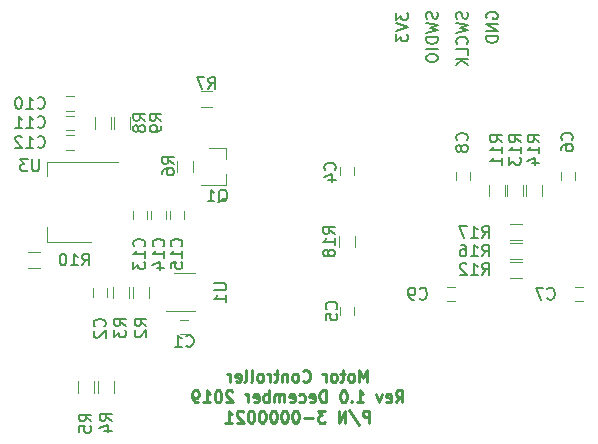
<source format=gbr>
G04 #@! TF.GenerationSoftware,KiCad,Pcbnew,(5.1.4)-1*
G04 #@! TF.CreationDate,2019-12-04T08:55:51-06:00*
G04 #@! TF.ProjectId,motor_control,6d6f746f-725f-4636-9f6e-74726f6c2e6b,rev?*
G04 #@! TF.SameCoordinates,Original*
G04 #@! TF.FileFunction,Legend,Bot*
G04 #@! TF.FilePolarity,Positive*
%FSLAX46Y46*%
G04 Gerber Fmt 4.6, Leading zero omitted, Abs format (unit mm)*
G04 Created by KiCad (PCBNEW (5.1.4)-1) date 2019-12-04 08:55:51*
%MOMM*%
%LPD*%
G04 APERTURE LIST*
%ADD10C,0.247650*%
%ADD11C,0.150000*%
%ADD12C,0.120000*%
G04 APERTURE END LIST*
D10*
X159542842Y-109204578D02*
X159542842Y-108213978D01*
X159212642Y-108921550D01*
X158882442Y-108213978D01*
X158882442Y-109204578D01*
X158269214Y-109204578D02*
X158363557Y-109157407D01*
X158410728Y-109110235D01*
X158457900Y-109015892D01*
X158457900Y-108732864D01*
X158410728Y-108638521D01*
X158363557Y-108591350D01*
X158269214Y-108544178D01*
X158127700Y-108544178D01*
X158033357Y-108591350D01*
X157986185Y-108638521D01*
X157939014Y-108732864D01*
X157939014Y-109015892D01*
X157986185Y-109110235D01*
X158033357Y-109157407D01*
X158127700Y-109204578D01*
X158269214Y-109204578D01*
X157655985Y-108544178D02*
X157278614Y-108544178D01*
X157514471Y-108213978D02*
X157514471Y-109063064D01*
X157467300Y-109157407D01*
X157372957Y-109204578D01*
X157278614Y-109204578D01*
X156806900Y-109204578D02*
X156901242Y-109157407D01*
X156948414Y-109110235D01*
X156995585Y-109015892D01*
X156995585Y-108732864D01*
X156948414Y-108638521D01*
X156901242Y-108591350D01*
X156806900Y-108544178D01*
X156665385Y-108544178D01*
X156571042Y-108591350D01*
X156523871Y-108638521D01*
X156476700Y-108732864D01*
X156476700Y-109015892D01*
X156523871Y-109110235D01*
X156571042Y-109157407D01*
X156665385Y-109204578D01*
X156806900Y-109204578D01*
X156052157Y-109204578D02*
X156052157Y-108544178D01*
X156052157Y-108732864D02*
X156004985Y-108638521D01*
X155957814Y-108591350D01*
X155863471Y-108544178D01*
X155769128Y-108544178D01*
X154118128Y-109110235D02*
X154165300Y-109157407D01*
X154306814Y-109204578D01*
X154401157Y-109204578D01*
X154542671Y-109157407D01*
X154637014Y-109063064D01*
X154684185Y-108968721D01*
X154731357Y-108780035D01*
X154731357Y-108638521D01*
X154684185Y-108449835D01*
X154637014Y-108355492D01*
X154542671Y-108261150D01*
X154401157Y-108213978D01*
X154306814Y-108213978D01*
X154165300Y-108261150D01*
X154118128Y-108308321D01*
X153552071Y-109204578D02*
X153646414Y-109157407D01*
X153693585Y-109110235D01*
X153740757Y-109015892D01*
X153740757Y-108732864D01*
X153693585Y-108638521D01*
X153646414Y-108591350D01*
X153552071Y-108544178D01*
X153410557Y-108544178D01*
X153316214Y-108591350D01*
X153269042Y-108638521D01*
X153221871Y-108732864D01*
X153221871Y-109015892D01*
X153269042Y-109110235D01*
X153316214Y-109157407D01*
X153410557Y-109204578D01*
X153552071Y-109204578D01*
X152797328Y-108544178D02*
X152797328Y-109204578D01*
X152797328Y-108638521D02*
X152750157Y-108591350D01*
X152655814Y-108544178D01*
X152514300Y-108544178D01*
X152419957Y-108591350D01*
X152372785Y-108685692D01*
X152372785Y-109204578D01*
X152042585Y-108544178D02*
X151665214Y-108544178D01*
X151901071Y-108213978D02*
X151901071Y-109063064D01*
X151853900Y-109157407D01*
X151759557Y-109204578D01*
X151665214Y-109204578D01*
X151335014Y-109204578D02*
X151335014Y-108544178D01*
X151335014Y-108732864D02*
X151287842Y-108638521D01*
X151240671Y-108591350D01*
X151146328Y-108544178D01*
X151051985Y-108544178D01*
X150580271Y-109204578D02*
X150674614Y-109157407D01*
X150721785Y-109110235D01*
X150768957Y-109015892D01*
X150768957Y-108732864D01*
X150721785Y-108638521D01*
X150674614Y-108591350D01*
X150580271Y-108544178D01*
X150438757Y-108544178D01*
X150344414Y-108591350D01*
X150297242Y-108638521D01*
X150250071Y-108732864D01*
X150250071Y-109015892D01*
X150297242Y-109110235D01*
X150344414Y-109157407D01*
X150438757Y-109204578D01*
X150580271Y-109204578D01*
X149684014Y-109204578D02*
X149778357Y-109157407D01*
X149825528Y-109063064D01*
X149825528Y-108213978D01*
X149165128Y-109204578D02*
X149259471Y-109157407D01*
X149306642Y-109063064D01*
X149306642Y-108213978D01*
X148410385Y-109157407D02*
X148504728Y-109204578D01*
X148693414Y-109204578D01*
X148787757Y-109157407D01*
X148834928Y-109063064D01*
X148834928Y-108685692D01*
X148787757Y-108591350D01*
X148693414Y-108544178D01*
X148504728Y-108544178D01*
X148410385Y-108591350D01*
X148363214Y-108685692D01*
X148363214Y-108780035D01*
X148834928Y-108874378D01*
X147938671Y-109204578D02*
X147938671Y-108544178D01*
X147938671Y-108732864D02*
X147891500Y-108638521D01*
X147844328Y-108591350D01*
X147749985Y-108544178D01*
X147655642Y-108544178D01*
X161972171Y-110938128D02*
X162302371Y-110466414D01*
X162538228Y-110938128D02*
X162538228Y-109947528D01*
X162160857Y-109947528D01*
X162066514Y-109994700D01*
X162019342Y-110041871D01*
X161972171Y-110136214D01*
X161972171Y-110277728D01*
X162019342Y-110372071D01*
X162066514Y-110419242D01*
X162160857Y-110466414D01*
X162538228Y-110466414D01*
X161170257Y-110890957D02*
X161264600Y-110938128D01*
X161453285Y-110938128D01*
X161547628Y-110890957D01*
X161594800Y-110796614D01*
X161594800Y-110419242D01*
X161547628Y-110324900D01*
X161453285Y-110277728D01*
X161264600Y-110277728D01*
X161170257Y-110324900D01*
X161123085Y-110419242D01*
X161123085Y-110513585D01*
X161594800Y-110607928D01*
X160792885Y-110277728D02*
X160557028Y-110938128D01*
X160321171Y-110277728D01*
X158670171Y-110938128D02*
X159236228Y-110938128D01*
X158953200Y-110938128D02*
X158953200Y-109947528D01*
X159047542Y-110089042D01*
X159141885Y-110183385D01*
X159236228Y-110230557D01*
X158245628Y-110843785D02*
X158198457Y-110890957D01*
X158245628Y-110938128D01*
X158292800Y-110890957D01*
X158245628Y-110843785D01*
X158245628Y-110938128D01*
X157585228Y-109947528D02*
X157490885Y-109947528D01*
X157396542Y-109994700D01*
X157349371Y-110041871D01*
X157302200Y-110136214D01*
X157255028Y-110324900D01*
X157255028Y-110560757D01*
X157302200Y-110749442D01*
X157349371Y-110843785D01*
X157396542Y-110890957D01*
X157490885Y-110938128D01*
X157585228Y-110938128D01*
X157679571Y-110890957D01*
X157726742Y-110843785D01*
X157773914Y-110749442D01*
X157821085Y-110560757D01*
X157821085Y-110324900D01*
X157773914Y-110136214D01*
X157726742Y-110041871D01*
X157679571Y-109994700D01*
X157585228Y-109947528D01*
X156075742Y-110938128D02*
X156075742Y-109947528D01*
X155839885Y-109947528D01*
X155698371Y-109994700D01*
X155604028Y-110089042D01*
X155556857Y-110183385D01*
X155509685Y-110372071D01*
X155509685Y-110513585D01*
X155556857Y-110702271D01*
X155604028Y-110796614D01*
X155698371Y-110890957D01*
X155839885Y-110938128D01*
X156075742Y-110938128D01*
X154707771Y-110890957D02*
X154802114Y-110938128D01*
X154990800Y-110938128D01*
X155085142Y-110890957D01*
X155132314Y-110796614D01*
X155132314Y-110419242D01*
X155085142Y-110324900D01*
X154990800Y-110277728D01*
X154802114Y-110277728D01*
X154707771Y-110324900D01*
X154660600Y-110419242D01*
X154660600Y-110513585D01*
X155132314Y-110607928D01*
X153811514Y-110890957D02*
X153905857Y-110938128D01*
X154094542Y-110938128D01*
X154188885Y-110890957D01*
X154236057Y-110843785D01*
X154283228Y-110749442D01*
X154283228Y-110466414D01*
X154236057Y-110372071D01*
X154188885Y-110324900D01*
X154094542Y-110277728D01*
X153905857Y-110277728D01*
X153811514Y-110324900D01*
X153009600Y-110890957D02*
X153103942Y-110938128D01*
X153292628Y-110938128D01*
X153386971Y-110890957D01*
X153434142Y-110796614D01*
X153434142Y-110419242D01*
X153386971Y-110324900D01*
X153292628Y-110277728D01*
X153103942Y-110277728D01*
X153009600Y-110324900D01*
X152962428Y-110419242D01*
X152962428Y-110513585D01*
X153434142Y-110607928D01*
X152537885Y-110938128D02*
X152537885Y-110277728D01*
X152537885Y-110372071D02*
X152490714Y-110324900D01*
X152396371Y-110277728D01*
X152254857Y-110277728D01*
X152160514Y-110324900D01*
X152113342Y-110419242D01*
X152113342Y-110938128D01*
X152113342Y-110419242D02*
X152066171Y-110324900D01*
X151971828Y-110277728D01*
X151830314Y-110277728D01*
X151735971Y-110324900D01*
X151688800Y-110419242D01*
X151688800Y-110938128D01*
X151217085Y-110938128D02*
X151217085Y-109947528D01*
X151217085Y-110324900D02*
X151122742Y-110277728D01*
X150934057Y-110277728D01*
X150839714Y-110324900D01*
X150792542Y-110372071D01*
X150745371Y-110466414D01*
X150745371Y-110749442D01*
X150792542Y-110843785D01*
X150839714Y-110890957D01*
X150934057Y-110938128D01*
X151122742Y-110938128D01*
X151217085Y-110890957D01*
X149943457Y-110890957D02*
X150037800Y-110938128D01*
X150226485Y-110938128D01*
X150320828Y-110890957D01*
X150368000Y-110796614D01*
X150368000Y-110419242D01*
X150320828Y-110324900D01*
X150226485Y-110277728D01*
X150037800Y-110277728D01*
X149943457Y-110324900D01*
X149896285Y-110419242D01*
X149896285Y-110513585D01*
X150368000Y-110607928D01*
X149471742Y-110938128D02*
X149471742Y-110277728D01*
X149471742Y-110466414D02*
X149424571Y-110372071D01*
X149377400Y-110324900D01*
X149283057Y-110277728D01*
X149188714Y-110277728D01*
X148150942Y-110041871D02*
X148103771Y-109994700D01*
X148009428Y-109947528D01*
X147773571Y-109947528D01*
X147679228Y-109994700D01*
X147632057Y-110041871D01*
X147584885Y-110136214D01*
X147584885Y-110230557D01*
X147632057Y-110372071D01*
X148198114Y-110938128D01*
X147584885Y-110938128D01*
X146971657Y-109947528D02*
X146877314Y-109947528D01*
X146782971Y-109994700D01*
X146735800Y-110041871D01*
X146688628Y-110136214D01*
X146641457Y-110324900D01*
X146641457Y-110560757D01*
X146688628Y-110749442D01*
X146735800Y-110843785D01*
X146782971Y-110890957D01*
X146877314Y-110938128D01*
X146971657Y-110938128D01*
X147066000Y-110890957D01*
X147113171Y-110843785D01*
X147160342Y-110749442D01*
X147207514Y-110560757D01*
X147207514Y-110324900D01*
X147160342Y-110136214D01*
X147113171Y-110041871D01*
X147066000Y-109994700D01*
X146971657Y-109947528D01*
X145698028Y-110938128D02*
X146264085Y-110938128D01*
X145981057Y-110938128D02*
X145981057Y-109947528D01*
X146075400Y-110089042D01*
X146169742Y-110183385D01*
X146264085Y-110230557D01*
X145226314Y-110938128D02*
X145037628Y-110938128D01*
X144943285Y-110890957D01*
X144896114Y-110843785D01*
X144801771Y-110702271D01*
X144754600Y-110513585D01*
X144754600Y-110136214D01*
X144801771Y-110041871D01*
X144848942Y-109994700D01*
X144943285Y-109947528D01*
X145131971Y-109947528D01*
X145226314Y-109994700D01*
X145273485Y-110041871D01*
X145320657Y-110136214D01*
X145320657Y-110372071D01*
X145273485Y-110466414D01*
X145226314Y-110513585D01*
X145131971Y-110560757D01*
X144943285Y-110560757D01*
X144848942Y-110513585D01*
X144801771Y-110466414D01*
X144754600Y-110372071D01*
X159731528Y-112671678D02*
X159731528Y-111681078D01*
X159354157Y-111681078D01*
X159259814Y-111728250D01*
X159212642Y-111775421D01*
X159165471Y-111869764D01*
X159165471Y-112011278D01*
X159212642Y-112105621D01*
X159259814Y-112152792D01*
X159354157Y-112199964D01*
X159731528Y-112199964D01*
X158033357Y-111633907D02*
X158882442Y-112907535D01*
X157703157Y-112671678D02*
X157703157Y-111681078D01*
X157137100Y-112671678D01*
X157137100Y-111681078D01*
X156004985Y-111681078D02*
X155391757Y-111681078D01*
X155721957Y-112058450D01*
X155580442Y-112058450D01*
X155486100Y-112105621D01*
X155438928Y-112152792D01*
X155391757Y-112247135D01*
X155391757Y-112482992D01*
X155438928Y-112577335D01*
X155486100Y-112624507D01*
X155580442Y-112671678D01*
X155863471Y-112671678D01*
X155957814Y-112624507D01*
X156004985Y-112577335D01*
X154967214Y-112294307D02*
X154212471Y-112294307D01*
X153552071Y-111681078D02*
X153457728Y-111681078D01*
X153363385Y-111728250D01*
X153316214Y-111775421D01*
X153269042Y-111869764D01*
X153221871Y-112058450D01*
X153221871Y-112294307D01*
X153269042Y-112482992D01*
X153316214Y-112577335D01*
X153363385Y-112624507D01*
X153457728Y-112671678D01*
X153552071Y-112671678D01*
X153646414Y-112624507D01*
X153693585Y-112577335D01*
X153740757Y-112482992D01*
X153787928Y-112294307D01*
X153787928Y-112058450D01*
X153740757Y-111869764D01*
X153693585Y-111775421D01*
X153646414Y-111728250D01*
X153552071Y-111681078D01*
X152608642Y-111681078D02*
X152514300Y-111681078D01*
X152419957Y-111728250D01*
X152372785Y-111775421D01*
X152325614Y-111869764D01*
X152278442Y-112058450D01*
X152278442Y-112294307D01*
X152325614Y-112482992D01*
X152372785Y-112577335D01*
X152419957Y-112624507D01*
X152514300Y-112671678D01*
X152608642Y-112671678D01*
X152702985Y-112624507D01*
X152750157Y-112577335D01*
X152797328Y-112482992D01*
X152844500Y-112294307D01*
X152844500Y-112058450D01*
X152797328Y-111869764D01*
X152750157Y-111775421D01*
X152702985Y-111728250D01*
X152608642Y-111681078D01*
X151665214Y-111681078D02*
X151570871Y-111681078D01*
X151476528Y-111728250D01*
X151429357Y-111775421D01*
X151382185Y-111869764D01*
X151335014Y-112058450D01*
X151335014Y-112294307D01*
X151382185Y-112482992D01*
X151429357Y-112577335D01*
X151476528Y-112624507D01*
X151570871Y-112671678D01*
X151665214Y-112671678D01*
X151759557Y-112624507D01*
X151806728Y-112577335D01*
X151853900Y-112482992D01*
X151901071Y-112294307D01*
X151901071Y-112058450D01*
X151853900Y-111869764D01*
X151806728Y-111775421D01*
X151759557Y-111728250D01*
X151665214Y-111681078D01*
X150721785Y-111681078D02*
X150627442Y-111681078D01*
X150533100Y-111728250D01*
X150485928Y-111775421D01*
X150438757Y-111869764D01*
X150391585Y-112058450D01*
X150391585Y-112294307D01*
X150438757Y-112482992D01*
X150485928Y-112577335D01*
X150533100Y-112624507D01*
X150627442Y-112671678D01*
X150721785Y-112671678D01*
X150816128Y-112624507D01*
X150863300Y-112577335D01*
X150910471Y-112482992D01*
X150957642Y-112294307D01*
X150957642Y-112058450D01*
X150910471Y-111869764D01*
X150863300Y-111775421D01*
X150816128Y-111728250D01*
X150721785Y-111681078D01*
X149778357Y-111681078D02*
X149684014Y-111681078D01*
X149589671Y-111728250D01*
X149542500Y-111775421D01*
X149495328Y-111869764D01*
X149448157Y-112058450D01*
X149448157Y-112294307D01*
X149495328Y-112482992D01*
X149542500Y-112577335D01*
X149589671Y-112624507D01*
X149684014Y-112671678D01*
X149778357Y-112671678D01*
X149872700Y-112624507D01*
X149919871Y-112577335D01*
X149967042Y-112482992D01*
X150014214Y-112294307D01*
X150014214Y-112058450D01*
X149967042Y-111869764D01*
X149919871Y-111775421D01*
X149872700Y-111728250D01*
X149778357Y-111681078D01*
X149070785Y-111775421D02*
X149023614Y-111728250D01*
X148929271Y-111681078D01*
X148693414Y-111681078D01*
X148599071Y-111728250D01*
X148551900Y-111775421D01*
X148504728Y-111869764D01*
X148504728Y-111964107D01*
X148551900Y-112105621D01*
X149117957Y-112671678D01*
X148504728Y-112671678D01*
X147561300Y-112671678D02*
X148127357Y-112671678D01*
X147844328Y-112671678D02*
X147844328Y-111681078D01*
X147938671Y-111822592D01*
X148033014Y-111916935D01*
X148127357Y-111964107D01*
D11*
X162012380Y-77959104D02*
X162012380Y-78578152D01*
X162393333Y-78244819D01*
X162393333Y-78387676D01*
X162440952Y-78482914D01*
X162488571Y-78530533D01*
X162583809Y-78578152D01*
X162821904Y-78578152D01*
X162917142Y-78530533D01*
X162964761Y-78482914D01*
X163012380Y-78387676D01*
X163012380Y-78101961D01*
X162964761Y-78006723D01*
X162917142Y-77959104D01*
X162012380Y-78863866D02*
X163012380Y-79197200D01*
X162012380Y-79530533D01*
X162012380Y-79768628D02*
X162012380Y-80387676D01*
X162393333Y-80054342D01*
X162393333Y-80197200D01*
X162440952Y-80292438D01*
X162488571Y-80340057D01*
X162583809Y-80387676D01*
X162821904Y-80387676D01*
X162917142Y-80340057D01*
X162964761Y-80292438D01*
X163012380Y-80197200D01*
X163012380Y-79911485D01*
X162964761Y-79816247D01*
X162917142Y-79768628D01*
X165504761Y-77890952D02*
X165552380Y-78033809D01*
X165552380Y-78271904D01*
X165504761Y-78367142D01*
X165457142Y-78414761D01*
X165361904Y-78462380D01*
X165266666Y-78462380D01*
X165171428Y-78414761D01*
X165123809Y-78367142D01*
X165076190Y-78271904D01*
X165028571Y-78081428D01*
X164980952Y-77986190D01*
X164933333Y-77938571D01*
X164838095Y-77890952D01*
X164742857Y-77890952D01*
X164647619Y-77938571D01*
X164600000Y-77986190D01*
X164552380Y-78081428D01*
X164552380Y-78319523D01*
X164600000Y-78462380D01*
X164552380Y-78795714D02*
X165552380Y-79033809D01*
X164838095Y-79224285D01*
X165552380Y-79414761D01*
X164552380Y-79652857D01*
X165552380Y-80033809D02*
X164552380Y-80033809D01*
X164552380Y-80271904D01*
X164600000Y-80414761D01*
X164695238Y-80510000D01*
X164790476Y-80557619D01*
X164980952Y-80605238D01*
X165123809Y-80605238D01*
X165314285Y-80557619D01*
X165409523Y-80510000D01*
X165504761Y-80414761D01*
X165552380Y-80271904D01*
X165552380Y-80033809D01*
X165552380Y-81033809D02*
X164552380Y-81033809D01*
X164552380Y-81700476D02*
X164552380Y-81890952D01*
X164600000Y-81986190D01*
X164695238Y-82081428D01*
X164885714Y-82129047D01*
X165219047Y-82129047D01*
X165409523Y-82081428D01*
X165504761Y-81986190D01*
X165552380Y-81890952D01*
X165552380Y-81700476D01*
X165504761Y-81605238D01*
X165409523Y-81510000D01*
X165219047Y-81462380D01*
X164885714Y-81462380D01*
X164695238Y-81510000D01*
X164600000Y-81605238D01*
X164552380Y-81700476D01*
X168044761Y-77900495D02*
X168092380Y-78043352D01*
X168092380Y-78281447D01*
X168044761Y-78376685D01*
X167997142Y-78424304D01*
X167901904Y-78471923D01*
X167806666Y-78471923D01*
X167711428Y-78424304D01*
X167663809Y-78376685D01*
X167616190Y-78281447D01*
X167568571Y-78090971D01*
X167520952Y-77995733D01*
X167473333Y-77948114D01*
X167378095Y-77900495D01*
X167282857Y-77900495D01*
X167187619Y-77948114D01*
X167140000Y-77995733D01*
X167092380Y-78090971D01*
X167092380Y-78329066D01*
X167140000Y-78471923D01*
X167092380Y-78805257D02*
X168092380Y-79043352D01*
X167378095Y-79233828D01*
X168092380Y-79424304D01*
X167092380Y-79662400D01*
X167997142Y-80614780D02*
X168044761Y-80567161D01*
X168092380Y-80424304D01*
X168092380Y-80329066D01*
X168044761Y-80186209D01*
X167949523Y-80090971D01*
X167854285Y-80043352D01*
X167663809Y-79995733D01*
X167520952Y-79995733D01*
X167330476Y-80043352D01*
X167235238Y-80090971D01*
X167140000Y-80186209D01*
X167092380Y-80329066D01*
X167092380Y-80424304D01*
X167140000Y-80567161D01*
X167187619Y-80614780D01*
X168092380Y-81519542D02*
X168092380Y-81043352D01*
X167092380Y-81043352D01*
X168092380Y-81852876D02*
X167092380Y-81852876D01*
X168092380Y-82424304D02*
X167520952Y-81995733D01*
X167092380Y-82424304D02*
X167663809Y-81852876D01*
X169680000Y-78435295D02*
X169632380Y-78340057D01*
X169632380Y-78197200D01*
X169680000Y-78054342D01*
X169775238Y-77959104D01*
X169870476Y-77911485D01*
X170060952Y-77863866D01*
X170203809Y-77863866D01*
X170394285Y-77911485D01*
X170489523Y-77959104D01*
X170584761Y-78054342D01*
X170632380Y-78197200D01*
X170632380Y-78292438D01*
X170584761Y-78435295D01*
X170537142Y-78482914D01*
X170203809Y-78482914D01*
X170203809Y-78292438D01*
X170632380Y-78911485D02*
X169632380Y-78911485D01*
X170632380Y-79482914D01*
X169632380Y-79482914D01*
X170632380Y-79959104D02*
X169632380Y-79959104D01*
X169632380Y-80197200D01*
X169680000Y-80340057D01*
X169775238Y-80435295D01*
X169870476Y-80482914D01*
X170060952Y-80530533D01*
X170203809Y-80530533D01*
X170394285Y-80482914D01*
X170489523Y-80435295D01*
X170584761Y-80340057D01*
X170632380Y-80197200D01*
X170632380Y-79959104D01*
D12*
X143718800Y-105146400D02*
X144418800Y-105146400D01*
X144418800Y-103946400D02*
X143718800Y-103946400D01*
X137556800Y-102000800D02*
X137556800Y-101300800D01*
X136356800Y-101300800D02*
X136356800Y-102000800D01*
X157235600Y-91039200D02*
X157235600Y-91739200D01*
X158435600Y-91739200D02*
X158435600Y-91039200D01*
X158435600Y-103575600D02*
X158435600Y-102875600D01*
X157235600Y-102875600D02*
X157235600Y-103575600D01*
X177130000Y-92145600D02*
X177130000Y-91445600D01*
X175930000Y-91445600D02*
X175930000Y-92145600D01*
X177845200Y-101203200D02*
X177145200Y-101203200D01*
X177145200Y-102403200D02*
X177845200Y-102403200D01*
X168240000Y-92145600D02*
X168240000Y-91445600D01*
X167040000Y-91445600D02*
X167040000Y-92145600D01*
X166324800Y-102403200D02*
X167024800Y-102403200D01*
X167024800Y-101203200D02*
X166324800Y-101203200D01*
X134016000Y-86248800D02*
X134716000Y-86248800D01*
X134716000Y-85048800D02*
X134016000Y-85048800D01*
X134716000Y-86674400D02*
X134016000Y-86674400D01*
X134016000Y-87874400D02*
X134716000Y-87874400D01*
X134016000Y-89550800D02*
X134716000Y-89550800D01*
X134716000Y-88350800D02*
X134016000Y-88350800D01*
X139709600Y-94747600D02*
X139709600Y-95447600D01*
X140909600Y-95447600D02*
X140909600Y-94747600D01*
X142484400Y-95447600D02*
X142484400Y-94747600D01*
X141284400Y-94747600D02*
X141284400Y-95447600D01*
X142859200Y-94747600D02*
X142859200Y-95447600D01*
X144059200Y-95447600D02*
X144059200Y-94747600D01*
X147622800Y-89402800D02*
X146162800Y-89402800D01*
X147622800Y-92562800D02*
X145462800Y-92562800D01*
X147622800Y-92562800D02*
X147622800Y-91632800D01*
X147622800Y-89402800D02*
X147622800Y-90332800D01*
X141091200Y-102150800D02*
X141091200Y-101150800D01*
X139731200Y-101150800D02*
X139731200Y-102150800D01*
X138004000Y-101150800D02*
X138004000Y-102150800D01*
X139364000Y-102150800D02*
X139364000Y-101150800D01*
X136784800Y-109177200D02*
X136784800Y-110177200D01*
X138144800Y-110177200D02*
X138144800Y-109177200D01*
X136417600Y-110177200D02*
X136417600Y-109177200D01*
X135057600Y-109177200D02*
X135057600Y-110177200D01*
X144799600Y-91482800D02*
X144799600Y-90482800D01*
X143439600Y-90482800D02*
X143439600Y-91482800D01*
X146448400Y-84613200D02*
X145448400Y-84613200D01*
X145448400Y-85973200D02*
X146448400Y-85973200D01*
X137840000Y-87774400D02*
X137840000Y-86774400D01*
X136480000Y-86774400D02*
X136480000Y-87774400D01*
X139508599Y-87775399D02*
X139508599Y-86775399D01*
X138148599Y-86775399D02*
X138148599Y-87775399D01*
X131818000Y-98227600D02*
X130818000Y-98227600D01*
X130818000Y-99587600D02*
X131818000Y-99587600D01*
X169855600Y-92514800D02*
X169855600Y-93514800D01*
X171215600Y-93514800D02*
X171215600Y-92514800D01*
X172661200Y-99040400D02*
X171661200Y-99040400D01*
X171661200Y-100400400D02*
X172661200Y-100400400D01*
X172790400Y-93514800D02*
X172790400Y-92514800D01*
X171430400Y-92514800D02*
X171430400Y-93514800D01*
X173005200Y-92514800D02*
X173005200Y-93514800D01*
X174365200Y-93514800D02*
X174365200Y-92514800D01*
X171661200Y-98825600D02*
X172661200Y-98825600D01*
X172661200Y-97465600D02*
X171661200Y-97465600D01*
X172661200Y-95890800D02*
X171661200Y-95890800D01*
X171661200Y-97250800D02*
X172661200Y-97250800D01*
X158515600Y-97832800D02*
X158515600Y-96832800D01*
X157155600Y-96832800D02*
X157155600Y-97832800D01*
X144968800Y-103260800D02*
X142518800Y-103260800D01*
X143168800Y-100040800D02*
X144968800Y-100040800D01*
X138466000Y-90570000D02*
X132456000Y-90570000D01*
X136216000Y-97390000D02*
X132456000Y-97390000D01*
X132456000Y-90570000D02*
X132456000Y-91830000D01*
X132456000Y-97390000D02*
X132456000Y-96130000D01*
D11*
X144235466Y-106153542D02*
X144283085Y-106201161D01*
X144425942Y-106248780D01*
X144521180Y-106248780D01*
X144664038Y-106201161D01*
X144759276Y-106105923D01*
X144806895Y-106010685D01*
X144854514Y-105820209D01*
X144854514Y-105677352D01*
X144806895Y-105486876D01*
X144759276Y-105391638D01*
X144664038Y-105296400D01*
X144521180Y-105248780D01*
X144425942Y-105248780D01*
X144283085Y-105296400D01*
X144235466Y-105344019D01*
X143283085Y-106248780D02*
X143854514Y-106248780D01*
X143568800Y-106248780D02*
X143568800Y-105248780D01*
X143664038Y-105391638D01*
X143759276Y-105486876D01*
X143854514Y-105534495D01*
X137313942Y-104532133D02*
X137361561Y-104484514D01*
X137409180Y-104341657D01*
X137409180Y-104246419D01*
X137361561Y-104103561D01*
X137266323Y-104008323D01*
X137171085Y-103960704D01*
X136980609Y-103913085D01*
X136837752Y-103913085D01*
X136647276Y-103960704D01*
X136552038Y-104008323D01*
X136456800Y-104103561D01*
X136409180Y-104246419D01*
X136409180Y-104341657D01*
X136456800Y-104484514D01*
X136504419Y-104532133D01*
X136504419Y-104913085D02*
X136456800Y-104960704D01*
X136409180Y-105055942D01*
X136409180Y-105294038D01*
X136456800Y-105389276D01*
X136504419Y-105436895D01*
X136599657Y-105484514D01*
X136694895Y-105484514D01*
X136837752Y-105436895D01*
X137409180Y-104865466D01*
X137409180Y-105484514D01*
X156821142Y-91273333D02*
X156868761Y-91225714D01*
X156916380Y-91082857D01*
X156916380Y-90987619D01*
X156868761Y-90844761D01*
X156773523Y-90749523D01*
X156678285Y-90701904D01*
X156487809Y-90654285D01*
X156344952Y-90654285D01*
X156154476Y-90701904D01*
X156059238Y-90749523D01*
X155964000Y-90844761D01*
X155916380Y-90987619D01*
X155916380Y-91082857D01*
X155964000Y-91225714D01*
X156011619Y-91273333D01*
X156249714Y-92130476D02*
X156916380Y-92130476D01*
X155868761Y-91892380D02*
X156583047Y-91654285D01*
X156583047Y-92273333D01*
X156942742Y-103058933D02*
X156990361Y-103011314D01*
X157037980Y-102868457D01*
X157037980Y-102773219D01*
X156990361Y-102630361D01*
X156895123Y-102535123D01*
X156799885Y-102487504D01*
X156609409Y-102439885D01*
X156466552Y-102439885D01*
X156276076Y-102487504D01*
X156180838Y-102535123D01*
X156085600Y-102630361D01*
X156037980Y-102773219D01*
X156037980Y-102868457D01*
X156085600Y-103011314D01*
X156133219Y-103058933D01*
X156037980Y-103963695D02*
X156037980Y-103487504D01*
X156514171Y-103439885D01*
X156466552Y-103487504D01*
X156418933Y-103582742D01*
X156418933Y-103820838D01*
X156466552Y-103916076D01*
X156514171Y-103963695D01*
X156609409Y-104011314D01*
X156847504Y-104011314D01*
X156942742Y-103963695D01*
X156990361Y-103916076D01*
X157037980Y-103820838D01*
X157037980Y-103582742D01*
X156990361Y-103487504D01*
X156942742Y-103439885D01*
X176887142Y-88733333D02*
X176934761Y-88685714D01*
X176982380Y-88542857D01*
X176982380Y-88447619D01*
X176934761Y-88304761D01*
X176839523Y-88209523D01*
X176744285Y-88161904D01*
X176553809Y-88114285D01*
X176410952Y-88114285D01*
X176220476Y-88161904D01*
X176125238Y-88209523D01*
X176030000Y-88304761D01*
X175982380Y-88447619D01*
X175982380Y-88542857D01*
X176030000Y-88685714D01*
X176077619Y-88733333D01*
X175982380Y-89590476D02*
X175982380Y-89400000D01*
X176030000Y-89304761D01*
X176077619Y-89257142D01*
X176220476Y-89161904D01*
X176410952Y-89114285D01*
X176791904Y-89114285D01*
X176887142Y-89161904D01*
X176934761Y-89209523D01*
X176982380Y-89304761D01*
X176982380Y-89495238D01*
X176934761Y-89590476D01*
X176887142Y-89638095D01*
X176791904Y-89685714D01*
X176553809Y-89685714D01*
X176458571Y-89638095D01*
X176410952Y-89590476D01*
X176363333Y-89495238D01*
X176363333Y-89304761D01*
X176410952Y-89209523D01*
X176458571Y-89161904D01*
X176553809Y-89114285D01*
X174817066Y-102160342D02*
X174864685Y-102207961D01*
X175007542Y-102255580D01*
X175102780Y-102255580D01*
X175245638Y-102207961D01*
X175340876Y-102112723D01*
X175388495Y-102017485D01*
X175436114Y-101827009D01*
X175436114Y-101684152D01*
X175388495Y-101493676D01*
X175340876Y-101398438D01*
X175245638Y-101303200D01*
X175102780Y-101255580D01*
X175007542Y-101255580D01*
X174864685Y-101303200D01*
X174817066Y-101350819D01*
X174483733Y-101255580D02*
X173817066Y-101255580D01*
X174245638Y-102255580D01*
X167997142Y-88784133D02*
X168044761Y-88736514D01*
X168092380Y-88593657D01*
X168092380Y-88498419D01*
X168044761Y-88355561D01*
X167949523Y-88260323D01*
X167854285Y-88212704D01*
X167663809Y-88165085D01*
X167520952Y-88165085D01*
X167330476Y-88212704D01*
X167235238Y-88260323D01*
X167140000Y-88355561D01*
X167092380Y-88498419D01*
X167092380Y-88593657D01*
X167140000Y-88736514D01*
X167187619Y-88784133D01*
X167520952Y-89355561D02*
X167473333Y-89260323D01*
X167425714Y-89212704D01*
X167330476Y-89165085D01*
X167282857Y-89165085D01*
X167187619Y-89212704D01*
X167140000Y-89260323D01*
X167092380Y-89355561D01*
X167092380Y-89546038D01*
X167140000Y-89641276D01*
X167187619Y-89688895D01*
X167282857Y-89736514D01*
X167330476Y-89736514D01*
X167425714Y-89688895D01*
X167473333Y-89641276D01*
X167520952Y-89546038D01*
X167520952Y-89355561D01*
X167568571Y-89260323D01*
X167616190Y-89212704D01*
X167711428Y-89165085D01*
X167901904Y-89165085D01*
X167997142Y-89212704D01*
X168044761Y-89260323D01*
X168092380Y-89355561D01*
X168092380Y-89546038D01*
X168044761Y-89641276D01*
X167997142Y-89688895D01*
X167901904Y-89736514D01*
X167711428Y-89736514D01*
X167616190Y-89688895D01*
X167568571Y-89641276D01*
X167520952Y-89546038D01*
X163996666Y-102160342D02*
X164044285Y-102207961D01*
X164187142Y-102255580D01*
X164282380Y-102255580D01*
X164425238Y-102207961D01*
X164520476Y-102112723D01*
X164568095Y-102017485D01*
X164615714Y-101827009D01*
X164615714Y-101684152D01*
X164568095Y-101493676D01*
X164520476Y-101398438D01*
X164425238Y-101303200D01*
X164282380Y-101255580D01*
X164187142Y-101255580D01*
X164044285Y-101303200D01*
X163996666Y-101350819D01*
X163520476Y-102255580D02*
X163330000Y-102255580D01*
X163234761Y-102207961D01*
X163187142Y-102160342D01*
X163091904Y-102017485D01*
X163044285Y-101827009D01*
X163044285Y-101446057D01*
X163091904Y-101350819D01*
X163139523Y-101303200D01*
X163234761Y-101255580D01*
X163425238Y-101255580D01*
X163520476Y-101303200D01*
X163568095Y-101350819D01*
X163615714Y-101446057D01*
X163615714Y-101684152D01*
X163568095Y-101779390D01*
X163520476Y-101827009D01*
X163425238Y-101874628D01*
X163234761Y-101874628D01*
X163139523Y-101827009D01*
X163091904Y-101779390D01*
X163044285Y-101684152D01*
X131656057Y-86005942D02*
X131703676Y-86053561D01*
X131846533Y-86101180D01*
X131941771Y-86101180D01*
X132084628Y-86053561D01*
X132179866Y-85958323D01*
X132227485Y-85863085D01*
X132275104Y-85672609D01*
X132275104Y-85529752D01*
X132227485Y-85339276D01*
X132179866Y-85244038D01*
X132084628Y-85148800D01*
X131941771Y-85101180D01*
X131846533Y-85101180D01*
X131703676Y-85148800D01*
X131656057Y-85196419D01*
X130703676Y-86101180D02*
X131275104Y-86101180D01*
X130989390Y-86101180D02*
X130989390Y-85101180D01*
X131084628Y-85244038D01*
X131179866Y-85339276D01*
X131275104Y-85386895D01*
X130084628Y-85101180D02*
X129989390Y-85101180D01*
X129894152Y-85148800D01*
X129846533Y-85196419D01*
X129798914Y-85291657D01*
X129751295Y-85482133D01*
X129751295Y-85720228D01*
X129798914Y-85910704D01*
X129846533Y-86005942D01*
X129894152Y-86053561D01*
X129989390Y-86101180D01*
X130084628Y-86101180D01*
X130179866Y-86053561D01*
X130227485Y-86005942D01*
X130275104Y-85910704D01*
X130322723Y-85720228D01*
X130322723Y-85482133D01*
X130275104Y-85291657D01*
X130227485Y-85196419D01*
X130179866Y-85148800D01*
X130084628Y-85101180D01*
X131656057Y-87631542D02*
X131703676Y-87679161D01*
X131846533Y-87726780D01*
X131941771Y-87726780D01*
X132084628Y-87679161D01*
X132179866Y-87583923D01*
X132227485Y-87488685D01*
X132275104Y-87298209D01*
X132275104Y-87155352D01*
X132227485Y-86964876D01*
X132179866Y-86869638D01*
X132084628Y-86774400D01*
X131941771Y-86726780D01*
X131846533Y-86726780D01*
X131703676Y-86774400D01*
X131656057Y-86822019D01*
X130703676Y-87726780D02*
X131275104Y-87726780D01*
X130989390Y-87726780D02*
X130989390Y-86726780D01*
X131084628Y-86869638D01*
X131179866Y-86964876D01*
X131275104Y-87012495D01*
X129751295Y-87726780D02*
X130322723Y-87726780D01*
X130037009Y-87726780D02*
X130037009Y-86726780D01*
X130132247Y-86869638D01*
X130227485Y-86964876D01*
X130322723Y-87012495D01*
X131656057Y-89307942D02*
X131703676Y-89355561D01*
X131846533Y-89403180D01*
X131941771Y-89403180D01*
X132084628Y-89355561D01*
X132179866Y-89260323D01*
X132227485Y-89165085D01*
X132275104Y-88974609D01*
X132275104Y-88831752D01*
X132227485Y-88641276D01*
X132179866Y-88546038D01*
X132084628Y-88450800D01*
X131941771Y-88403180D01*
X131846533Y-88403180D01*
X131703676Y-88450800D01*
X131656057Y-88498419D01*
X130703676Y-89403180D02*
X131275104Y-89403180D01*
X130989390Y-89403180D02*
X130989390Y-88403180D01*
X131084628Y-88546038D01*
X131179866Y-88641276D01*
X131275104Y-88688895D01*
X130322723Y-88498419D02*
X130275104Y-88450800D01*
X130179866Y-88403180D01*
X129941771Y-88403180D01*
X129846533Y-88450800D01*
X129798914Y-88498419D01*
X129751295Y-88593657D01*
X129751295Y-88688895D01*
X129798914Y-88831752D01*
X130370342Y-89403180D01*
X129751295Y-89403180D01*
X140666742Y-97756742D02*
X140714361Y-97709123D01*
X140761980Y-97566266D01*
X140761980Y-97471028D01*
X140714361Y-97328171D01*
X140619123Y-97232933D01*
X140523885Y-97185314D01*
X140333409Y-97137695D01*
X140190552Y-97137695D01*
X140000076Y-97185314D01*
X139904838Y-97232933D01*
X139809600Y-97328171D01*
X139761980Y-97471028D01*
X139761980Y-97566266D01*
X139809600Y-97709123D01*
X139857219Y-97756742D01*
X140761980Y-98709123D02*
X140761980Y-98137695D01*
X140761980Y-98423409D02*
X139761980Y-98423409D01*
X139904838Y-98328171D01*
X140000076Y-98232933D01*
X140047695Y-98137695D01*
X139761980Y-99042457D02*
X139761980Y-99661504D01*
X140142933Y-99328171D01*
X140142933Y-99471028D01*
X140190552Y-99566266D01*
X140238171Y-99613885D01*
X140333409Y-99661504D01*
X140571504Y-99661504D01*
X140666742Y-99613885D01*
X140714361Y-99566266D01*
X140761980Y-99471028D01*
X140761980Y-99185314D01*
X140714361Y-99090076D01*
X140666742Y-99042457D01*
X142292342Y-97756742D02*
X142339961Y-97709123D01*
X142387580Y-97566266D01*
X142387580Y-97471028D01*
X142339961Y-97328171D01*
X142244723Y-97232933D01*
X142149485Y-97185314D01*
X141959009Y-97137695D01*
X141816152Y-97137695D01*
X141625676Y-97185314D01*
X141530438Y-97232933D01*
X141435200Y-97328171D01*
X141387580Y-97471028D01*
X141387580Y-97566266D01*
X141435200Y-97709123D01*
X141482819Y-97756742D01*
X142387580Y-98709123D02*
X142387580Y-98137695D01*
X142387580Y-98423409D02*
X141387580Y-98423409D01*
X141530438Y-98328171D01*
X141625676Y-98232933D01*
X141673295Y-98137695D01*
X141720914Y-99566266D02*
X142387580Y-99566266D01*
X141339961Y-99328171D02*
X142054247Y-99090076D01*
X142054247Y-99709123D01*
X143816342Y-97756742D02*
X143863961Y-97709123D01*
X143911580Y-97566266D01*
X143911580Y-97471028D01*
X143863961Y-97328171D01*
X143768723Y-97232933D01*
X143673485Y-97185314D01*
X143483009Y-97137695D01*
X143340152Y-97137695D01*
X143149676Y-97185314D01*
X143054438Y-97232933D01*
X142959200Y-97328171D01*
X142911580Y-97471028D01*
X142911580Y-97566266D01*
X142959200Y-97709123D01*
X143006819Y-97756742D01*
X143911580Y-98709123D02*
X143911580Y-98137695D01*
X143911580Y-98423409D02*
X142911580Y-98423409D01*
X143054438Y-98328171D01*
X143149676Y-98232933D01*
X143197295Y-98137695D01*
X142911580Y-99613885D02*
X142911580Y-99137695D01*
X143387771Y-99090076D01*
X143340152Y-99137695D01*
X143292533Y-99232933D01*
X143292533Y-99471028D01*
X143340152Y-99566266D01*
X143387771Y-99613885D01*
X143483009Y-99661504D01*
X143721104Y-99661504D01*
X143816342Y-99613885D01*
X143863961Y-99566266D01*
X143911580Y-99471028D01*
X143911580Y-99232933D01*
X143863961Y-99137695D01*
X143816342Y-99090076D01*
X146958038Y-94030419D02*
X147053276Y-93982800D01*
X147148514Y-93887561D01*
X147291371Y-93744704D01*
X147386609Y-93697085D01*
X147481847Y-93697085D01*
X147434228Y-93935180D02*
X147529466Y-93887561D01*
X147624704Y-93792323D01*
X147672323Y-93601847D01*
X147672323Y-93268514D01*
X147624704Y-93078038D01*
X147529466Y-92982800D01*
X147434228Y-92935180D01*
X147243752Y-92935180D01*
X147148514Y-92982800D01*
X147053276Y-93078038D01*
X147005657Y-93268514D01*
X147005657Y-93601847D01*
X147053276Y-93792323D01*
X147148514Y-93887561D01*
X147243752Y-93935180D01*
X147434228Y-93935180D01*
X146053276Y-93935180D02*
X146624704Y-93935180D01*
X146338990Y-93935180D02*
X146338990Y-92935180D01*
X146434228Y-93078038D01*
X146529466Y-93173276D01*
X146624704Y-93220895D01*
X140863580Y-104481333D02*
X140387390Y-104148000D01*
X140863580Y-103909904D02*
X139863580Y-103909904D01*
X139863580Y-104290857D01*
X139911200Y-104386095D01*
X139958819Y-104433714D01*
X140054057Y-104481333D01*
X140196914Y-104481333D01*
X140292152Y-104433714D01*
X140339771Y-104386095D01*
X140387390Y-104290857D01*
X140387390Y-103909904D01*
X139958819Y-104862285D02*
X139911200Y-104909904D01*
X139863580Y-105005142D01*
X139863580Y-105243238D01*
X139911200Y-105338476D01*
X139958819Y-105386095D01*
X140054057Y-105433714D01*
X140149295Y-105433714D01*
X140292152Y-105386095D01*
X140863580Y-104814666D01*
X140863580Y-105433714D01*
X139136380Y-104481333D02*
X138660190Y-104148000D01*
X139136380Y-103909904D02*
X138136380Y-103909904D01*
X138136380Y-104290857D01*
X138184000Y-104386095D01*
X138231619Y-104433714D01*
X138326857Y-104481333D01*
X138469714Y-104481333D01*
X138564952Y-104433714D01*
X138612571Y-104386095D01*
X138660190Y-104290857D01*
X138660190Y-103909904D01*
X138136380Y-104814666D02*
X138136380Y-105433714D01*
X138517333Y-105100380D01*
X138517333Y-105243238D01*
X138564952Y-105338476D01*
X138612571Y-105386095D01*
X138707809Y-105433714D01*
X138945904Y-105433714D01*
X139041142Y-105386095D01*
X139088761Y-105338476D01*
X139136380Y-105243238D01*
X139136380Y-104957523D01*
X139088761Y-104862285D01*
X139041142Y-104814666D01*
X137917180Y-112507733D02*
X137440990Y-112174400D01*
X137917180Y-111936304D02*
X136917180Y-111936304D01*
X136917180Y-112317257D01*
X136964800Y-112412495D01*
X137012419Y-112460114D01*
X137107657Y-112507733D01*
X137250514Y-112507733D01*
X137345752Y-112460114D01*
X137393371Y-112412495D01*
X137440990Y-112317257D01*
X137440990Y-111936304D01*
X137250514Y-113364876D02*
X137917180Y-113364876D01*
X136869561Y-113126780D02*
X137583847Y-112888685D01*
X137583847Y-113507733D01*
X136189980Y-112558533D02*
X135713790Y-112225200D01*
X136189980Y-111987104D02*
X135189980Y-111987104D01*
X135189980Y-112368057D01*
X135237600Y-112463295D01*
X135285219Y-112510914D01*
X135380457Y-112558533D01*
X135523314Y-112558533D01*
X135618552Y-112510914D01*
X135666171Y-112463295D01*
X135713790Y-112368057D01*
X135713790Y-111987104D01*
X135189980Y-113463295D02*
X135189980Y-112987104D01*
X135666171Y-112939485D01*
X135618552Y-112987104D01*
X135570933Y-113082342D01*
X135570933Y-113320438D01*
X135618552Y-113415676D01*
X135666171Y-113463295D01*
X135761409Y-113510914D01*
X135999504Y-113510914D01*
X136094742Y-113463295D01*
X136142361Y-113415676D01*
X136189980Y-113320438D01*
X136189980Y-113082342D01*
X136142361Y-112987104D01*
X136094742Y-112939485D01*
X143200380Y-90765333D02*
X142724190Y-90432000D01*
X143200380Y-90193904D02*
X142200380Y-90193904D01*
X142200380Y-90574857D01*
X142248000Y-90670095D01*
X142295619Y-90717714D01*
X142390857Y-90765333D01*
X142533714Y-90765333D01*
X142628952Y-90717714D01*
X142676571Y-90670095D01*
X142724190Y-90574857D01*
X142724190Y-90193904D01*
X142200380Y-91622476D02*
X142200380Y-91432000D01*
X142248000Y-91336761D01*
X142295619Y-91289142D01*
X142438476Y-91193904D01*
X142628952Y-91146285D01*
X143009904Y-91146285D01*
X143105142Y-91193904D01*
X143152761Y-91241523D01*
X143200380Y-91336761D01*
X143200380Y-91527238D01*
X143152761Y-91622476D01*
X143105142Y-91670095D01*
X143009904Y-91717714D01*
X142771809Y-91717714D01*
X142676571Y-91670095D01*
X142628952Y-91622476D01*
X142581333Y-91527238D01*
X142581333Y-91336761D01*
X142628952Y-91241523D01*
X142676571Y-91193904D01*
X142771809Y-91146285D01*
X146115066Y-84424780D02*
X146448400Y-83948590D01*
X146686495Y-84424780D02*
X146686495Y-83424780D01*
X146305542Y-83424780D01*
X146210304Y-83472400D01*
X146162685Y-83520019D01*
X146115066Y-83615257D01*
X146115066Y-83758114D01*
X146162685Y-83853352D01*
X146210304Y-83900971D01*
X146305542Y-83948590D01*
X146686495Y-83948590D01*
X145781733Y-83424780D02*
X145115066Y-83424780D01*
X145543638Y-84424780D01*
X140761980Y-87107733D02*
X140285790Y-86774400D01*
X140761980Y-86536304D02*
X139761980Y-86536304D01*
X139761980Y-86917257D01*
X139809600Y-87012495D01*
X139857219Y-87060114D01*
X139952457Y-87107733D01*
X140095314Y-87107733D01*
X140190552Y-87060114D01*
X140238171Y-87012495D01*
X140285790Y-86917257D01*
X140285790Y-86536304D01*
X140190552Y-87679161D02*
X140142933Y-87583923D01*
X140095314Y-87536304D01*
X140000076Y-87488685D01*
X139952457Y-87488685D01*
X139857219Y-87536304D01*
X139809600Y-87583923D01*
X139761980Y-87679161D01*
X139761980Y-87869638D01*
X139809600Y-87964876D01*
X139857219Y-88012495D01*
X139952457Y-88060114D01*
X140000076Y-88060114D01*
X140095314Y-88012495D01*
X140142933Y-87964876D01*
X140190552Y-87869638D01*
X140190552Y-87679161D01*
X140238171Y-87583923D01*
X140285790Y-87536304D01*
X140381028Y-87488685D01*
X140571504Y-87488685D01*
X140666742Y-87536304D01*
X140714361Y-87583923D01*
X140761980Y-87679161D01*
X140761980Y-87869638D01*
X140714361Y-87964876D01*
X140666742Y-88012495D01*
X140571504Y-88060114D01*
X140381028Y-88060114D01*
X140285790Y-88012495D01*
X140238171Y-87964876D01*
X140190552Y-87869638D01*
X142133580Y-87107733D02*
X141657390Y-86774400D01*
X142133580Y-86536304D02*
X141133580Y-86536304D01*
X141133580Y-86917257D01*
X141181200Y-87012495D01*
X141228819Y-87060114D01*
X141324057Y-87107733D01*
X141466914Y-87107733D01*
X141562152Y-87060114D01*
X141609771Y-87012495D01*
X141657390Y-86917257D01*
X141657390Y-86536304D01*
X142133580Y-87583923D02*
X142133580Y-87774400D01*
X142085961Y-87869638D01*
X142038342Y-87917257D01*
X141895485Y-88012495D01*
X141705009Y-88060114D01*
X141324057Y-88060114D01*
X141228819Y-88012495D01*
X141181200Y-87964876D01*
X141133580Y-87869638D01*
X141133580Y-87679161D01*
X141181200Y-87583923D01*
X141228819Y-87536304D01*
X141324057Y-87488685D01*
X141562152Y-87488685D01*
X141657390Y-87536304D01*
X141705009Y-87583923D01*
X141752628Y-87679161D01*
X141752628Y-87869638D01*
X141705009Y-87964876D01*
X141657390Y-88012495D01*
X141562152Y-88060114D01*
X135415257Y-99359980D02*
X135748590Y-98883790D01*
X135986685Y-99359980D02*
X135986685Y-98359980D01*
X135605733Y-98359980D01*
X135510495Y-98407600D01*
X135462876Y-98455219D01*
X135415257Y-98550457D01*
X135415257Y-98693314D01*
X135462876Y-98788552D01*
X135510495Y-98836171D01*
X135605733Y-98883790D01*
X135986685Y-98883790D01*
X134462876Y-99359980D02*
X135034304Y-99359980D01*
X134748590Y-99359980D02*
X134748590Y-98359980D01*
X134843828Y-98502838D01*
X134939066Y-98598076D01*
X135034304Y-98645695D01*
X133843828Y-98359980D02*
X133748590Y-98359980D01*
X133653352Y-98407600D01*
X133605733Y-98455219D01*
X133558114Y-98550457D01*
X133510495Y-98740933D01*
X133510495Y-98979028D01*
X133558114Y-99169504D01*
X133605733Y-99264742D01*
X133653352Y-99312361D01*
X133748590Y-99359980D01*
X133843828Y-99359980D01*
X133939066Y-99312361D01*
X133986685Y-99264742D01*
X134034304Y-99169504D01*
X134081923Y-98979028D01*
X134081923Y-98740933D01*
X134034304Y-98550457D01*
X133986685Y-98455219D01*
X133939066Y-98407600D01*
X133843828Y-98359980D01*
X170987980Y-88917542D02*
X170511790Y-88584209D01*
X170987980Y-88346114D02*
X169987980Y-88346114D01*
X169987980Y-88727066D01*
X170035600Y-88822304D01*
X170083219Y-88869923D01*
X170178457Y-88917542D01*
X170321314Y-88917542D01*
X170416552Y-88869923D01*
X170464171Y-88822304D01*
X170511790Y-88727066D01*
X170511790Y-88346114D01*
X170987980Y-89869923D02*
X170987980Y-89298495D01*
X170987980Y-89584209D02*
X169987980Y-89584209D01*
X170130838Y-89488971D01*
X170226076Y-89393733D01*
X170273695Y-89298495D01*
X170987980Y-90822304D02*
X170987980Y-90250876D01*
X170987980Y-90536590D02*
X169987980Y-90536590D01*
X170130838Y-90441352D01*
X170226076Y-90346114D01*
X170273695Y-90250876D01*
X169298857Y-100172780D02*
X169632190Y-99696590D01*
X169870285Y-100172780D02*
X169870285Y-99172780D01*
X169489333Y-99172780D01*
X169394095Y-99220400D01*
X169346476Y-99268019D01*
X169298857Y-99363257D01*
X169298857Y-99506114D01*
X169346476Y-99601352D01*
X169394095Y-99648971D01*
X169489333Y-99696590D01*
X169870285Y-99696590D01*
X168346476Y-100172780D02*
X168917904Y-100172780D01*
X168632190Y-100172780D02*
X168632190Y-99172780D01*
X168727428Y-99315638D01*
X168822666Y-99410876D01*
X168917904Y-99458495D01*
X167965523Y-99268019D02*
X167917904Y-99220400D01*
X167822666Y-99172780D01*
X167584571Y-99172780D01*
X167489333Y-99220400D01*
X167441714Y-99268019D01*
X167394095Y-99363257D01*
X167394095Y-99458495D01*
X167441714Y-99601352D01*
X168013142Y-100172780D01*
X167394095Y-100172780D01*
X172562780Y-88917542D02*
X172086590Y-88584209D01*
X172562780Y-88346114D02*
X171562780Y-88346114D01*
X171562780Y-88727066D01*
X171610400Y-88822304D01*
X171658019Y-88869923D01*
X171753257Y-88917542D01*
X171896114Y-88917542D01*
X171991352Y-88869923D01*
X172038971Y-88822304D01*
X172086590Y-88727066D01*
X172086590Y-88346114D01*
X172562780Y-89869923D02*
X172562780Y-89298495D01*
X172562780Y-89584209D02*
X171562780Y-89584209D01*
X171705638Y-89488971D01*
X171800876Y-89393733D01*
X171848495Y-89298495D01*
X171562780Y-90203257D02*
X171562780Y-90822304D01*
X171943733Y-90488971D01*
X171943733Y-90631828D01*
X171991352Y-90727066D01*
X172038971Y-90774685D01*
X172134209Y-90822304D01*
X172372304Y-90822304D01*
X172467542Y-90774685D01*
X172515161Y-90727066D01*
X172562780Y-90631828D01*
X172562780Y-90346114D01*
X172515161Y-90250876D01*
X172467542Y-90203257D01*
X174137580Y-88917542D02*
X173661390Y-88584209D01*
X174137580Y-88346114D02*
X173137580Y-88346114D01*
X173137580Y-88727066D01*
X173185200Y-88822304D01*
X173232819Y-88869923D01*
X173328057Y-88917542D01*
X173470914Y-88917542D01*
X173566152Y-88869923D01*
X173613771Y-88822304D01*
X173661390Y-88727066D01*
X173661390Y-88346114D01*
X174137580Y-89869923D02*
X174137580Y-89298495D01*
X174137580Y-89584209D02*
X173137580Y-89584209D01*
X173280438Y-89488971D01*
X173375676Y-89393733D01*
X173423295Y-89298495D01*
X173470914Y-90727066D02*
X174137580Y-90727066D01*
X173089961Y-90488971D02*
X173804247Y-90250876D01*
X173804247Y-90869923D01*
X169298857Y-98597980D02*
X169632190Y-98121790D01*
X169870285Y-98597980D02*
X169870285Y-97597980D01*
X169489333Y-97597980D01*
X169394095Y-97645600D01*
X169346476Y-97693219D01*
X169298857Y-97788457D01*
X169298857Y-97931314D01*
X169346476Y-98026552D01*
X169394095Y-98074171D01*
X169489333Y-98121790D01*
X169870285Y-98121790D01*
X168346476Y-98597980D02*
X168917904Y-98597980D01*
X168632190Y-98597980D02*
X168632190Y-97597980D01*
X168727428Y-97740838D01*
X168822666Y-97836076D01*
X168917904Y-97883695D01*
X167489333Y-97597980D02*
X167679809Y-97597980D01*
X167775047Y-97645600D01*
X167822666Y-97693219D01*
X167917904Y-97836076D01*
X167965523Y-98026552D01*
X167965523Y-98407504D01*
X167917904Y-98502742D01*
X167870285Y-98550361D01*
X167775047Y-98597980D01*
X167584571Y-98597980D01*
X167489333Y-98550361D01*
X167441714Y-98502742D01*
X167394095Y-98407504D01*
X167394095Y-98169409D01*
X167441714Y-98074171D01*
X167489333Y-98026552D01*
X167584571Y-97978933D01*
X167775047Y-97978933D01*
X167870285Y-98026552D01*
X167917904Y-98074171D01*
X167965523Y-98169409D01*
X169298857Y-97023180D02*
X169632190Y-96546990D01*
X169870285Y-97023180D02*
X169870285Y-96023180D01*
X169489333Y-96023180D01*
X169394095Y-96070800D01*
X169346476Y-96118419D01*
X169298857Y-96213657D01*
X169298857Y-96356514D01*
X169346476Y-96451752D01*
X169394095Y-96499371D01*
X169489333Y-96546990D01*
X169870285Y-96546990D01*
X168346476Y-97023180D02*
X168917904Y-97023180D01*
X168632190Y-97023180D02*
X168632190Y-96023180D01*
X168727428Y-96166038D01*
X168822666Y-96261276D01*
X168917904Y-96308895D01*
X168013142Y-96023180D02*
X167346476Y-96023180D01*
X167775047Y-97023180D01*
X156837980Y-96689942D02*
X156361790Y-96356609D01*
X156837980Y-96118514D02*
X155837980Y-96118514D01*
X155837980Y-96499466D01*
X155885600Y-96594704D01*
X155933219Y-96642323D01*
X156028457Y-96689942D01*
X156171314Y-96689942D01*
X156266552Y-96642323D01*
X156314171Y-96594704D01*
X156361790Y-96499466D01*
X156361790Y-96118514D01*
X156837980Y-97642323D02*
X156837980Y-97070895D01*
X156837980Y-97356609D02*
X155837980Y-97356609D01*
X155980838Y-97261371D01*
X156076076Y-97166133D01*
X156123695Y-97070895D01*
X156266552Y-98213752D02*
X156218933Y-98118514D01*
X156171314Y-98070895D01*
X156076076Y-98023276D01*
X156028457Y-98023276D01*
X155933219Y-98070895D01*
X155885600Y-98118514D01*
X155837980Y-98213752D01*
X155837980Y-98404228D01*
X155885600Y-98499466D01*
X155933219Y-98547085D01*
X156028457Y-98594704D01*
X156076076Y-98594704D01*
X156171314Y-98547085D01*
X156218933Y-98499466D01*
X156266552Y-98404228D01*
X156266552Y-98213752D01*
X156314171Y-98118514D01*
X156361790Y-98070895D01*
X156457028Y-98023276D01*
X156647504Y-98023276D01*
X156742742Y-98070895D01*
X156790361Y-98118514D01*
X156837980Y-98213752D01*
X156837980Y-98404228D01*
X156790361Y-98499466D01*
X156742742Y-98547085D01*
X156647504Y-98594704D01*
X156457028Y-98594704D01*
X156361790Y-98547085D01*
X156314171Y-98499466D01*
X156266552Y-98404228D01*
X146619980Y-100888895D02*
X147429504Y-100888895D01*
X147524742Y-100936514D01*
X147572361Y-100984133D01*
X147619980Y-101079371D01*
X147619980Y-101269847D01*
X147572361Y-101365085D01*
X147524742Y-101412704D01*
X147429504Y-101460323D01*
X146619980Y-101460323D01*
X147619980Y-102460323D02*
X147619980Y-101888895D01*
X147619980Y-102174609D02*
X146619980Y-102174609D01*
X146762838Y-102079371D01*
X146858076Y-101984133D01*
X146905695Y-101888895D01*
X131775104Y-90384380D02*
X131775104Y-91193904D01*
X131727485Y-91289142D01*
X131679866Y-91336761D01*
X131584628Y-91384380D01*
X131394152Y-91384380D01*
X131298914Y-91336761D01*
X131251295Y-91289142D01*
X131203676Y-91193904D01*
X131203676Y-90384380D01*
X130822723Y-90384380D02*
X130203676Y-90384380D01*
X130537009Y-90765333D01*
X130394152Y-90765333D01*
X130298914Y-90812952D01*
X130251295Y-90860571D01*
X130203676Y-90955809D01*
X130203676Y-91193904D01*
X130251295Y-91289142D01*
X130298914Y-91336761D01*
X130394152Y-91384380D01*
X130679866Y-91384380D01*
X130775104Y-91336761D01*
X130822723Y-91289142D01*
M02*

</source>
